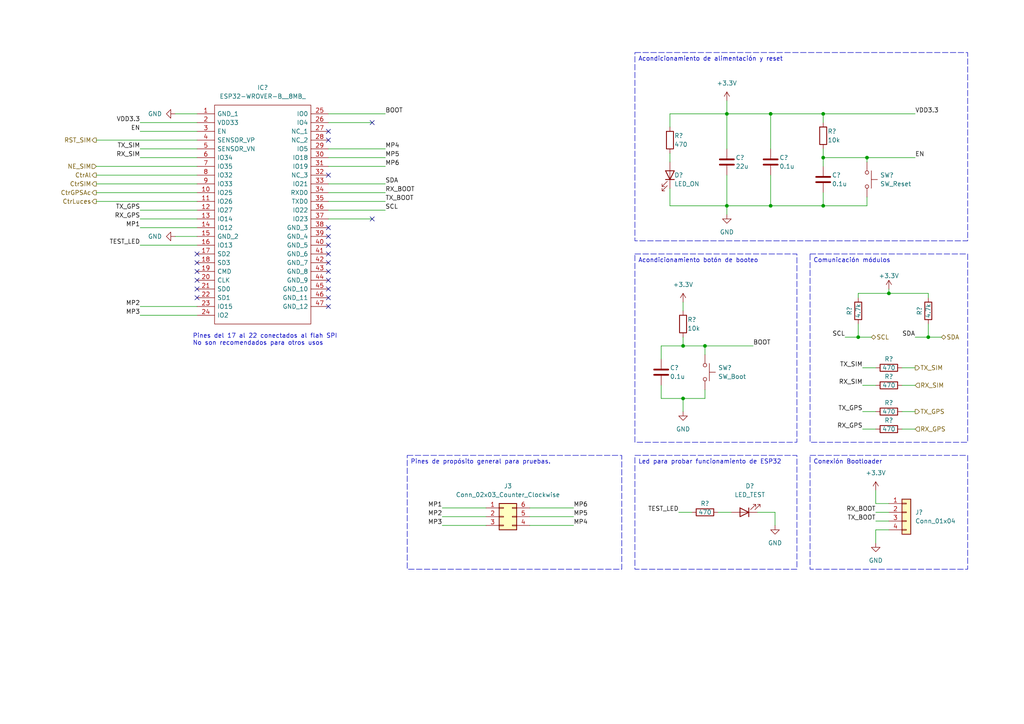
<source format=kicad_sch>
(kicad_sch (version 20230121) (generator eeschema)
  (paper "A4")
  (lib_symbols
    (symbol "Connector_Generic:Conn_01x04" (pin_names (offset 1.016) hide)
      (property "Reference" "J" (at 0 5.08 0))
      (property "Value" "Conn_01x04" (at 0 -7.62 0))
      (symbol "Conn_01x04_1_1"
        (rectangle (start -1.27 -4.953) (end 0 -5.207) (stroke (width 0.1524)))
        (rectangle (start -1.27 -2.413) (end 0 -2.667) (stroke (width 0.1524)))
        (rectangle (start -1.27 0.127) (end 0 -0.127) (stroke (width 0.1524)))
        (rectangle (start -1.27 2.667) (end 0 2.413) (stroke (width 0.1524)))
        (rectangle (start -1.27 3.81) (end 1.27 -6.35) (stroke (width 0.254)) (fill (type background)))
        (pin passive line (at -5.08 2.54 0) (length 3.81) (name "Pin_1") (number "1"))
        (pin passive line (at -5.08 0 0) (length 3.81) (name "Pin_2") (number "2"))
        (pin passive line (at -5.08 -2.54 0) (length 3.81) (name "Pin_3") (number "3"))
        (pin passive line (at -5.08 -5.08 0) (length 3.81) (name "Pin_4") (number "4"))
      )
    )
    (symbol "Connector_Generic:Conn_02x03_Counter_Clockwise" (pin_names (offset 1.016) hide)
      (property "Reference" "J" (at 1.27 5.08 0))
      (property "Value" "Conn_02x03_Counter_Clockwise" (at 1.27 -5.08 0))
      (symbol "Conn_02x03_Counter_Clockwise_1_1"
        (rectangle (start -1.27 -2.413) (end 0 -2.667) (stroke (width 0.1524)))
        (rectangle (start -1.27 0.127) (end 0 -0.127) (stroke (width 0.1524)))
        (rectangle (start -1.27 2.667) (end 0 2.413) (stroke (width 0.1524)))
        (rectangle (start -1.27 3.81) (end 3.81 -3.81) (stroke (width 0.254)) (fill (type background)))
        (rectangle (start 3.81 -2.413) (end 2.54 -2.667) (stroke (width 0.1524)))
        (rectangle (start 3.81 0.127) (end 2.54 -0.127) (stroke (width 0.1524)))
        (rectangle (start 3.81 2.667) (end 2.54 2.413) (stroke (width 0.1524)))
        (pin passive line (at -5.08 2.54 0) (length 3.81) (name "Pin_1") (number "1"))
        (pin passive line (at -5.08 0 0) (length 3.81) (name "Pin_2") (number "2"))
        (pin passive line (at -5.08 -2.54 0) (length 3.81) (name "Pin_3") (number "3"))
        (pin passive line (at 7.62 -2.54 180) (length 3.81) (name "Pin_4") (number "4"))
        (pin passive line (at 7.62 0 180) (length 3.81) (name "Pin_5") (number "5"))
        (pin passive line (at 7.62 2.54 180) (length 3.81) (name "Pin_6") (number "6"))
      )
    )
    (symbol "Device:C" (pin_numbers hide) (pin_names (offset 0.254))
      (property "Reference" "C" (at 0.635 2.54 0))
      (property "Value" "C" (at 0.635 -2.54 0))
      (symbol "C_0_1"
        (polyline (pts (xy -2.032 -0.762) (xy 2.032 -0.762)) (stroke (width 0.508)))
        (polyline (pts (xy -2.032 0.762) (xy 2.032 0.762)) (stroke (width 0.508)))
      )
      (symbol "C_1_1"
        (pin passive line (at 0 3.81 270) (length 2.794) (name "~") (number "1"))
        (pin passive line (at 0 -3.81 90) (length 2.794) (name "~") (number "2"))
      )
    )
    (symbol "Device:LED" (pin_numbers hide) (pin_names (offset 1.016) hide)
      (property "Reference" "D" (at 0 2.54 0))
      (property "Value" "LED" (at 0 -2.54 0))
      (symbol "LED_0_1"
        (polyline (pts (xy -1.27 -1.27) (xy -1.27 1.27)) (stroke (width 0.254)))
        (polyline (pts (xy -1.27 0) (xy 1.27 0)))
        (polyline (pts (xy 1.27 -1.27) (xy 1.27 1.27) (xy -1.27 0) (xy 1.27 -1.27)) (stroke (width 0.254)))
        (polyline (pts (xy -3.048 -0.762) (xy -4.572 -2.286) (xy -3.81 -2.286) (xy -4.572 -2.286) (xy -4.572 -1.524)))
        (polyline (pts (xy -1.778 -0.762) (xy -3.302 -2.286) (xy -2.54 -2.286) (xy -3.302 -2.286) (xy -3.302 -1.524)))
      )
      (symbol "LED_1_1"
        (pin passive line (at -3.81 0 0) (length 2.54) (name "K") (number "1"))
        (pin passive line (at 3.81 0 180) (length 2.54) (name "A") (number "2"))
      )
    )
    (symbol "Device:R" (pin_numbers hide) (pin_names (offset 0))
      (property "Reference" "R" (at 2.032 0 90))
      (property "Value" "R" (at 0 0 90))
      (symbol "R_0_1"
        (rectangle (start -1.016 -2.54) (end 1.016 2.54) (stroke (width 0.254)))
      )
      (symbol "R_1_1"
        (pin passive line (at 0 3.81 270) (length 1.27) (name "~") (number "1"))
        (pin passive line (at 0 -3.81 90) (length 1.27) (name "~") (number "2"))
      )
    )
    (symbol "ESP32-WROVER-B__8MB_:ESP32-WROVER-B__8MB_" (pin_names (offset 0.762))
      (property "Reference" "IC" (at 34.29 7.62 0))
      (property "Value" "ESP32-WROVER-B__8MB_" (at 34.29 5.08 0))
      (symbol "ESP32-WROVER-B__8MB__0_0"
        (pin passive line (at 0 0 0) (length 5.08) (name "GND_1") (number "1"))
        (pin passive line (at 0 -22.86 0) (length 5.08) (name "IO25") (number "10"))
        (pin passive line (at 0 -25.4 0) (length 5.08) (name "IO26") (number "11"))
        (pin passive line (at 0 -27.94 0) (length 5.08) (name "IO27") (number "12"))
        (pin passive line (at 0 -30.48 0) (length 5.08) (name "IO14") (number "13"))
        (pin passive line (at 0 -33.02 0) (length 5.08) (name "IO12") (number "14"))
        (pin passive line (at 0 -35.56 0) (length 5.08) (name "GND_2") (number "15"))
        (pin passive line (at 0 -38.1 0) (length 5.08) (name "IO13") (number "16"))
        (pin passive line (at 0 -40.64 0) (length 5.08) (name "SD2") (number "17"))
        (pin passive line (at 0 -43.18 0) (length 5.08) (name "SD3") (number "18"))
        (pin passive line (at 0 -45.72 0) (length 5.08) (name "CMD") (number "19"))
        (pin passive line (at 0 -2.54 0) (length 5.08) (name "VDD33") (number "2"))
        (pin passive line (at 0 -48.26 0) (length 5.08) (name "CLK") (number "20"))
        (pin passive line (at 0 -50.8 0) (length 5.08) (name "SD0") (number "21"))
        (pin passive line (at 0 -53.34 0) (length 5.08) (name "SD1") (number "22"))
        (pin passive line (at 0 -55.88 0) (length 5.08) (name "IO15") (number "23"))
        (pin passive line (at 0 -58.42 0) (length 5.08) (name "IO2") (number "24"))
        (pin passive line (at 38.1 0 180) (length 5.08) (name "IO0") (number "25"))
        (pin passive line (at 38.1 -2.54 180) (length 5.08) (name "IO4") (number "26"))
        (pin passive line (at 38.1 -5.08 180) (length 5.08) (name "NC_1") (number "27"))
        (pin passive line (at 38.1 -7.62 180) (length 5.08) (name "NC_2") (number "28"))
        (pin passive line (at 38.1 -10.16 180) (length 5.08) (name "IO5") (number "29"))
        (pin passive line (at 0 -5.08 0) (length 5.08) (name "EN") (number "3"))
        (pin passive line (at 38.1 -12.7 180) (length 5.08) (name "IO18") (number "30"))
        (pin passive line (at 38.1 -15.24 180) (length 5.08) (name "IO19") (number "31"))
        (pin passive line (at 38.1 -17.78 180) (length 5.08) (name "NC_3") (number "32"))
        (pin passive line (at 38.1 -20.32 180) (length 5.08) (name "IO21") (number "33"))
        (pin passive line (at 38.1 -22.86 180) (length 5.08) (name "RXD0") (number "34"))
        (pin passive line (at 38.1 -25.4 180) (length 5.08) (name "TXD0") (number "35"))
        (pin passive line (at 38.1 -27.94 180) (length 5.08) (name "IO22") (number "36"))
        (pin passive line (at 38.1 -30.48 180) (length 5.08) (name "IO23") (number "37"))
        (pin passive line (at 38.1 -33.02 180) (length 5.08) (name "GND_3") (number "38"))
        (pin passive line (at 38.1 -35.56 180) (length 5.08) (name "GND_4") (number "39"))
        (pin passive line (at 0 -7.62 0) (length 5.08) (name "SENSOR_VP") (number "4"))
        (pin passive line (at 38.1 -38.1 180) (length 5.08) (name "GND_5") (number "40"))
        (pin passive line (at 38.1 -40.64 180) (length 5.08) (name "GND_6") (number "41"))
        (pin passive line (at 38.1 -43.18 180) (length 5.08) (name "GND_7") (number "42"))
        (pin passive line (at 38.1 -45.72 180) (length 5.08) (name "GND_8") (number "43"))
        (pin passive line (at 38.1 -48.26 180) (length 5.08) (name "GND_9") (number "44"))
        (pin passive line (at 38.1 -50.8 180) (length 5.08) (name "GND_10") (number "45"))
        (pin passive line (at 38.1 -53.34 180) (length 5.08) (name "GND_11") (number "46"))
        (pin passive line (at 38.1 -55.88 180) (length 5.08) (name "GND_12") (number "47"))
        (pin passive line (at 0 -10.16 0) (length 5.08) (name "SENSOR_VN") (number "5"))
        (pin passive line (at 0 -12.7 0) (length 5.08) (name "IO34") (number "6"))
        (pin passive line (at 0 -15.24 0) (length 5.08) (name "IO35") (number "7"))
        (pin passive line (at 0 -17.78 0) (length 5.08) (name "IO32") (number "8"))
        (pin passive line (at 0 -20.32 0) (length 5.08) (name "IO33") (number "9"))
      )
      (symbol "ESP32-WROVER-B__8MB__0_1"
        (polyline (pts (xy 5.08 2.54) (xy 33.02 2.54) (xy 33.02 -60.96) (xy 5.08 -60.96) (xy 5.08 2.54)) (stroke (width 0.1524)))
      )
    )
    (symbol "Switch:SW_Push" (pin_numbers hide) (pin_names (offset 1.016) hide)
      (property "Reference" "SW" (at 1.27 2.54 0))
      (property "Value" "SW_Push" (at 0 -1.524 0))
      (symbol "SW_Push_0_1"
        (circle (center -2.032 0) (radius 0.508))
        (polyline (pts (xy 0 1.27) (xy 0 3.048)))
        (polyline (pts (xy 2.54 1.27) (xy -2.54 1.27)))
        (circle (center 2.032 0) (radius 0.508))
        (pin passive line (at -5.08 0 0) (length 2.54) (name "1") (number "1"))
        (pin passive line (at 5.08 0 180) (length 2.54) (name "2") (number "2"))
      )
    )
    (symbol "power:+3.3V" (power) (pin_names (offset 0))
      (property "Value" "+3.3V" (at 0 3.556 0))
      (symbol "+3.3V_0_1"
        (polyline (pts (xy -0.762 1.27) (xy 0 2.54)))
        (polyline (pts (xy 0 0) (xy 0 2.54)))
        (polyline (pts (xy 0 2.54) (xy 0.762 1.27)))
      )
      (symbol "+3.3V_1_1"
        (pin power_in line (at 0 0 90) (length 0) hide (name "+3.3V") (number "1"))
      )
    )
    (symbol "power:GND" (power) (pin_names (offset 0))
      (property "Value" "GND" (at 0 -3.81 0))
      (symbol "GND_0_1"
        (polyline (pts (xy 0 0) (xy 0 -1.27) (xy 1.27 -1.27) (xy 0 -2.54) (xy -1.27 -1.27) (xy 0 -1.27)))
      )
      (symbol "GND_1_1"
        (pin power_in line (at 0 0 270) (length 0) hide (name "GND") (number "1"))
      )
    )
  )
  (junction (at 210.82 59.69))
  (junction (at 251.46 45.72))
  (junction (at 269.24 97.79))
  (junction (at 198.12 115.57))
  (junction (at 223.52 59.69))
  (junction (at 210.82 33.02))
  (junction (at 257.81 85.09))
  (junction (at 204.47 100.33))
  (junction (at 223.52 33.02))
  (junction (at 248.92 97.79))
  (junction (at 238.76 33.02))
  (junction (at 238.76 59.69))
  (junction (at 198.12 100.33))
  (junction (at 238.76 45.72))
  (no_connect (at 95.25 86.36))
  (no_connect (at 95.25 81.28))
  (no_connect (at 57.15 78.74))
  (no_connect (at 95.25 68.58))
  (no_connect (at 95.25 78.74))
  (no_connect (at 95.25 73.66))
  (no_connect (at 95.25 88.9))
  (no_connect (at 95.25 83.82))
  (no_connect (at 95.25 66.04))
  (no_connect (at 95.25 76.2))
  (no_connect (at 95.25 71.12))
  (no_connect (at 95.25 40.64))
  (no_connect (at 57.15 81.28))
  (no_connect (at 107.95 63.5))
  (no_connect (at 95.25 38.1))
  (no_connect (at 57.15 83.82))
  (no_connect (at 95.25 50.8))
  (no_connect (at 57.15 76.2))
  (no_connect (at 107.95 35.56))
  (no_connect (at 57.15 73.66))
  (no_connect (at 57.15 86.36))
  (wire (pts (xy 269.24 97.79) (xy 269.24 93.98)))
  (wire (pts (xy 223.52 59.69) (xy 238.76 59.69)))
  (wire (pts (xy 128.27 147.32) (xy 140.97 147.32)))
  (wire (pts (xy 27.94 40.64) (xy 57.15 40.64)))
  (wire (pts (xy 95.25 60.96) (xy 111.76 60.96)))
  (wire (pts (xy 153.67 147.32) (xy 166.37 147.32)))
  (wire (pts (xy 219.71 148.59) (xy 224.79 148.59)))
  (wire (pts (xy 204.47 113.03) (xy 204.47 115.57)))
  (wire (pts (xy 223.52 33.02) (xy 238.76 33.02)))
  (wire (pts (xy 40.64 66.04) (xy 57.15 66.04)))
  (wire (pts (xy 210.82 50.8) (xy 210.82 59.69)))
  (wire (pts (xy 265.43 97.79) (xy 269.24 97.79)))
  (wire (pts (xy 204.47 102.87) (xy 204.47 100.33)))
  (wire (pts (xy 198.12 100.33) (xy 204.47 100.33)))
  (wire (pts (xy 250.19 119.38) (xy 254 119.38)))
  (wire (pts (xy 252.73 97.79) (xy 248.92 97.79)))
  (wire (pts (xy 269.24 85.09) (xy 269.24 86.36)))
  (wire (pts (xy 250.19 124.46) (xy 254 124.46)))
  (wire (pts (xy 27.94 58.42) (xy 57.15 58.42)))
  (wire (pts (xy 50.8 33.02) (xy 57.15 33.02)))
  (wire (pts (xy 251.46 45.72) (xy 238.76 45.72)))
  (wire (pts (xy 40.64 63.5) (xy 57.15 63.5)))
  (wire (pts (xy 40.64 91.44) (xy 57.15 91.44)))
  (wire (pts (xy 238.76 55.88) (xy 238.76 59.69)))
  (wire (pts (xy 257.81 146.05) (xy 254 146.05)))
  (wire (pts (xy 265.43 119.38) (xy 261.62 119.38)))
  (wire (pts (xy 198.12 97.79) (xy 198.12 100.33)))
  (wire (pts (xy 250.19 111.76) (xy 254 111.76)))
  (wire (pts (xy 194.31 44.45) (xy 194.31 46.99)))
  (wire (pts (xy 27.94 53.34) (xy 57.15 53.34)))
  (wire (pts (xy 95.25 63.5) (xy 107.95 63.5)))
  (wire (pts (xy 254 148.59) (xy 257.81 148.59)))
  (wire (pts (xy 95.25 48.26) (xy 111.76 48.26)))
  (wire (pts (xy 250.19 106.68) (xy 254 106.68)))
  (wire (pts (xy 194.31 33.02) (xy 210.82 33.02)))
  (wire (pts (xy 153.67 149.86) (xy 166.37 149.86)))
  (wire (pts (xy 153.67 152.4) (xy 166.37 152.4)))
  (wire (pts (xy 238.76 43.18) (xy 238.76 45.72)))
  (wire (pts (xy 251.46 46.99) (xy 251.46 45.72)))
  (wire (pts (xy 238.76 33.02) (xy 265.43 33.02)))
  (wire (pts (xy 128.27 149.86) (xy 140.97 149.86)))
  (wire (pts (xy 95.25 53.34) (xy 111.76 53.34)))
  (wire (pts (xy 95.25 33.02) (xy 111.76 33.02)))
  (wire (pts (xy 254 157.48) (xy 254 153.67)))
  (wire (pts (xy 248.92 97.79) (xy 248.92 93.98)))
  (wire (pts (xy 273.05 97.79) (xy 269.24 97.79)))
  (wire (pts (xy 95.25 43.18) (xy 111.76 43.18)))
  (wire (pts (xy 198.12 100.33) (xy 191.77 100.33)))
  (wire (pts (xy 238.76 59.69) (xy 251.46 59.69)))
  (wire (pts (xy 254 146.05) (xy 254 142.24)))
  (wire (pts (xy 95.25 35.56) (xy 107.95 35.56)))
  (wire (pts (xy 198.12 115.57) (xy 191.77 115.57)))
  (wire (pts (xy 265.43 124.46) (xy 261.62 124.46)))
  (wire (pts (xy 210.82 59.69) (xy 210.82 62.23)))
  (wire (pts (xy 210.82 33.02) (xy 223.52 33.02)))
  (wire (pts (xy 208.28 148.59) (xy 212.09 148.59)))
  (wire (pts (xy 265.43 106.68) (xy 261.62 106.68)))
  (wire (pts (xy 40.64 71.12) (xy 57.15 71.12)))
  (wire (pts (xy 40.64 38.1) (xy 57.15 38.1)))
  (wire (pts (xy 27.94 50.8) (xy 57.15 50.8)))
  (wire (pts (xy 196.85 148.59) (xy 200.66 148.59)))
  (wire (pts (xy 191.77 100.33) (xy 191.77 104.14)))
  (wire (pts (xy 40.64 35.56) (xy 57.15 35.56)))
  (wire (pts (xy 223.52 33.02) (xy 223.52 43.18)))
  (wire (pts (xy 27.94 48.26) (xy 57.15 48.26)))
  (wire (pts (xy 40.64 45.72) (xy 57.15 45.72)))
  (wire (pts (xy 128.27 152.4) (xy 140.97 152.4)))
  (wire (pts (xy 223.52 59.69) (xy 210.82 59.69)))
  (wire (pts (xy 210.82 33.02) (xy 210.82 29.21)))
  (wire (pts (xy 238.76 45.72) (xy 238.76 48.26)))
  (wire (pts (xy 257.81 83.82) (xy 257.81 85.09)))
  (wire (pts (xy 257.81 85.09) (xy 269.24 85.09)))
  (wire (pts (xy 204.47 100.33) (xy 218.44 100.33)))
  (wire (pts (xy 224.79 148.59) (xy 224.79 152.4)))
  (wire (pts (xy 40.64 60.96) (xy 57.15 60.96)))
  (wire (pts (xy 248.92 86.36) (xy 248.92 85.09)))
  (wire (pts (xy 210.82 33.02) (xy 210.82 43.18)))
  (wire (pts (xy 191.77 115.57) (xy 191.77 111.76)))
  (wire (pts (xy 238.76 35.56) (xy 238.76 33.02)))
  (wire (pts (xy 40.64 43.18) (xy 57.15 43.18)))
  (wire (pts (xy 204.47 115.57) (xy 198.12 115.57)))
  (wire (pts (xy 198.12 87.63) (xy 198.12 90.17)))
  (wire (pts (xy 248.92 85.09) (xy 257.81 85.09)))
  (wire (pts (xy 194.31 54.61) (xy 194.31 59.69)))
  (wire (pts (xy 194.31 36.83) (xy 194.31 33.02)))
  (wire (pts (xy 40.64 88.9) (xy 57.15 88.9)))
  (wire (pts (xy 95.25 58.42) (xy 111.76 58.42)))
  (wire (pts (xy 251.46 57.15) (xy 251.46 59.69)))
  (wire (pts (xy 27.94 55.88) (xy 57.15 55.88)))
  (wire (pts (xy 254 151.13) (xy 257.81 151.13)))
  (wire (pts (xy 198.12 115.57) (xy 198.12 119.38)))
  (wire (pts (xy 265.43 111.76) (xy 261.62 111.76)))
  (wire (pts (xy 50.8 68.58) (xy 57.15 68.58)))
  (wire (pts (xy 95.25 45.72) (xy 111.76 45.72)))
  (wire (pts (xy 194.31 59.69) (xy 210.82 59.69)))
  (wire (pts (xy 254 153.67) (xy 257.81 153.67)))
  (wire (pts (xy 223.52 50.8) (xy 223.52 59.69)))
  (wire (pts (xy 251.46 45.72) (xy 265.43 45.72)))
  (wire (pts (xy 95.25 55.88) (xy 111.76 55.88)))
  (wire (pts (xy 245.11 97.79) (xy 248.92 97.79)))
  (text_box "Acondicionamiento de alimentación y reset" (at 184.15 15.24 0) (size 96.52 54.61) (stroke (width 0) (type dash)) (effects (font (size 1.27 1.27)) (justify left top)))
  (text_box "Led para probar funcionamiento de ESP32" (at 184.15 132.08 0) (size 46.99 33.02) (stroke (width 0) (type dash)) (effects (font (size 1.27 1.27)) (justify left top)))
  (text_box "Comunicación módulos" (at 234.95 73.66 0) (size 45.72 54.61) (stroke (width 0) (type dash)) (effects (font (size 1.27 1.27)) (justify left top)))
  (text_box "Conexión Bootloader" (at 234.95 132.08 0) (size 45.72 33.02) (stroke (width 0) (type dash)) (effects (font (size 1.27 1.27)) (justify left top)))
  (text_box "Acondicionamiento botón de booteo" (at 184.15 73.66 0) (size 46.99 54.61) (stroke (width 0) (type dash)) (effects (font (size 1.27 1.27)) (justify left top)))
  (text_box "Pines de propósito general para pruebas." (at 118.11 132.08 0) (size 62.23 33.02) (stroke (width 0) (type dash)) (effects (font (size 1.27 1.27)) (justify left top)))
  (text "Pines del 17 al 22 conectados al flah SPI\nNo son recomendados para otros usos" (at 55.88 100.33 0) (effects (font (size 1.27 1.27)) (justify left bottom)))
  (label "MP1" (at 40.64 66.04 180))
  (label "MP3" (at 128.27 152.4 180))
  (label "SCL" (at 245.11 97.79 180))
  (label "MP6" (at 111.76 48.26 0))
  (label "TX_BOOT" (at 111.76 58.42 0))
  (label "EN" (at 265.43 45.72 0))
  (label "MP2" (at 128.27 149.86 180))
  (label "BOOT" (at 218.44 100.33 0))
  (label "TX_GPS" (at 40.64 60.96 180))
  (label "RX_BOOT" (at 254 148.59 180))
  (label "MP4" (at 166.37 152.4 0))
  (label "MP3" (at 40.64 91.44 180))
  (label "SDA" (at 265.43 97.79 180))
  (label "VDD3.3" (at 265.43 33.02 0))
  (label "TEST_LED" (at 196.85 148.59 180))
  (label "TX_SIM" (at 250.19 106.68 180))
  (label "TEST_LED" (at 40.64 71.12 180))
  (label "RX_SIM" (at 250.19 111.76 180))
  (label "EN" (at 40.64 38.1 180))
  (label "MP5" (at 166.37 149.86 0))
  (label "RX_BOOT" (at 111.76 55.88 0))
  (label "RX_SIM" (at 40.64 45.72 180))
  (label "TX_SIM" (at 40.64 43.18 180))
  (label "MP2" (at 40.64 88.9 180))
  (label "RX_GPS" (at 250.19 124.46 180))
  (label "TX_GPS" (at 250.19 119.38 180))
  (label "TX_BOOT" (at 254 151.13 180))
  (label "SCL" (at 111.76 60.96 0))
  (label "MP6" (at 166.37 147.32 0))
  (label "MP5" (at 111.76 45.72 0))
  (label "VDD3.3" (at 40.64 35.56 180))
  (label "MP1" (at 128.27 147.32 180))
  (label "MP4" (at 111.76 43.18 0))
  (label "SDA" (at 111.76 53.34 0))
  (label "BOOT" (at 111.76 33.02 0))
  (label "RX_GPS" (at 40.64 63.5 180))
  (hierarchical_label "RST_SIM" (shape output) (at 27.94 40.64 180))
  (hierarchical_label "TX_SIM" (shape output) (at 265.43 106.68 0))
  (hierarchical_label "SDA" (shape bidirectional) (at 273.05 97.79 0))
  (hierarchical_label "CtrAl" (shape output) (at 27.94 50.8 180))
  (hierarchical_label "NE_SIM" (shape input) (at 27.94 48.26 180))
  (hierarchical_label "TX_GPS" (shape output) (at 265.43 119.38 0))
  (hierarchical_label "CtrLuces" (shape output) (at 27.94 58.42 180))
  (hierarchical_label "CtrSIM" (shape output) (at 27.94 53.34 180))
  (hierarchical_label "RX_GPS" (shape input) (at 265.43 124.46 0))
  (hierarchical_label "CtrGPSAc" (shape output) (at 27.94 55.88 180))
  (hierarchical_label "SCL" (shape bidirectional) (at 252.73 97.79 0))
  (hierarchical_label "RX_SIM" (shape input) (at 265.43 111.76 0))
  (symbol (lib_id "Device:LED") (at 215.9 148.59 180) (unit 1)
    (property "Reference" "D?" (at 217.4875 140.97 0))
    (property "Value" "LED_TEST" (at 217.4875 143.51 0))
    (property "Footprint" "LED_SMD:LED_1206_3216Metric_Pad1.42x1.75mm_HandSolder" (effects hide))
    (instances (project "SmartBike2" (path "" (reference "D?") (unit 1))) (project "SB2_ACOND_CONN" (path "" (reference "D2") (unit 1))))
  )
  (symbol (lib_id "Device:R") (at 257.81 111.76 90) (unit 1)
    (property "Reference" "R?" (at 257.81 109.22 90))
    (property "Value" "470" (at 257.81 111.76 90))
    (property "Footprint" "Resistor_SMD:R_0805_2012Metric_Pad1.20x1.40mm_HandSolder" (effects hide))
    (instances (project "SmartBike2" (path "" (reference "R?") (unit 1))) (project "SB2_ACOND_CONN" (path "" (reference "R7") (unit 1))))
  )
  (symbol (lib_id "Device:LED") (at 194.31 50.8 270) (mirror x) (unit 1)
    (property "Reference" "D?" (at 195.58 50.8 90) (effects (justify left)))
    (property "Value" "LED_ON" (at 195.58 53.34 90) (effects (justify left)))
    (property "Footprint" "LED_SMD:LED_1206_3216Metric_Pad1.42x1.75mm_HandSolder" (effects hide))
    (instances (project "SmartBike2" (path "" (reference "D?") (unit 1))) (project "SB2_ACOND_CONN" (path "" (reference "D1") (unit 1))))
  )
  (symbol (lib_id "Device:R") (at 257.81 106.68 90) (unit 1)
    (property "Reference" "R?" (at 257.81 104.14 90))
    (property "Value" "470" (at 257.81 106.68 90))
    (property "Footprint" "Resistor_SMD:R_0805_2012Metric_Pad1.20x1.40mm_HandSolder" (effects hide))
    (instances (project "SmartBike2" (path "" (reference "R?") (unit 1))) (project "SB2_ACOND_CONN" (path "" (reference "R6") (unit 1))))
  )
  (symbol (lib_id "Device:C") (at 210.82 46.99 0) (unit 1)
    (property "Reference" "C?" (at 213.36 45.72 0) (effects (justify left)))
    (property "Value" "22u" (at 213.36 48.26 0) (effects (justify left)))
    (property "Footprint" "Capacitor_SMD:C_0805_2012Metric_Pad1.18x1.45mm_HandSolder" (effects hide))
    (instances (project "SmartBike2" (path "" (reference "C?") (unit 1))) (project "SB2_ACOND_CONN" (path "" (reference "C2") (unit 1))))
  )
  (symbol (lib_id "power:GND") (at 210.82 62.23 0) (unit 1)
    (property "Reference" "#PWR?" (effects hide))
    (property "Value" "GND" (at 210.82 67.31 0))
    (instances (project "SmartBike2" (path "" (reference "#PWR?") (unit 1))) (project "SB2_ACOND_CONN" (path "" (reference "#PWR010") (unit 1))))
  )
  (symbol (lib_id "power:GND") (at 50.8 68.58 270) (mirror x) (unit 1)
    (property "Reference" "#PWR?" (effects hide))
    (property "Value" "GND" (at 46.99 68.58 90) (effects (justify right)))
    (instances (project "SmartBike2" (path "" (reference "#PWR?") (unit 1))) (project "SB2_ACOND_CONN" (path "" (reference "#PWR06") (unit 1))))
  )
  (symbol (lib_id "Device:R") (at 269.24 90.17 180) (unit 1)
    (property "Reference" "R?" (at 266.7 90.17 90))
    (property "Value" "4.7k" (at 269.24 90.17 90))
    (property "Footprint" "Resistor_SMD:R_0805_2012Metric_Pad1.20x1.40mm_HandSolder" (effects hide))
    (instances (project "SmartBike2" (path "" (reference "R?") (unit 1))) (project "SB2_ACOND_CONN" (path "" (reference "R10") (unit 1))))
  )
  (symbol (lib_id "Device:R") (at 194.31 40.64 0) (unit 1)
    (property "Reference" "R?" (at 195.58 39.37 0) (effects (justify left)))
    (property "Value" "470" (at 195.58 41.91 0) (effects (justify left)))
    (property "Footprint" "Resistor_SMD:R_0805_2012Metric_Pad1.20x1.40mm_HandSolder" (effects hide))
    (instances (project "SmartBike2" (path "" (reference "R?") (unit 1))) (project "SB2_ACOND_CONN" (path "" (reference "R1") (unit 1))))
  )
  (symbol (lib_id "Device:R") (at 198.12 93.98 0) (unit 1)
    (property "Reference" "R?" (at 199.39 92.71 0) (effects (justify left)))
    (property "Value" "10k" (at 199.39 95.25 0) (effects (justify left)))
    (property "Footprint" "Resistor_SMD:R_0805_2012Metric_Pad1.20x1.40mm_HandSolder" (effects hide))
    (instances (project "SmartBike2" (path "" (reference "R?") (unit 1))) (project "SB2_ACOND_CONN" (path "" (reference "R2") (unit 1))))
  )
  (symbol (lib_id "power:GND") (at 254 157.48 0) (unit 1)
    (property "Reference" "#PWR?" (effects hide))
    (property "Value" "GND" (at 254 162.56 0))
    (instances (project "SmartBike2" (path "" (reference "#PWR?") (unit 1))) (project "SB2_ACOND_CONN" (path "" (reference "#PWR013") (unit 1))))
  )
  (symbol (lib_id "Device:C") (at 238.76 52.07 0) (unit 1)
    (property "Reference" "C?" (at 241.3 50.8 0) (effects (justify left)))
    (property "Value" "0.1u" (at 241.3 53.34 0) (effects (justify left)))
    (property "Footprint" "Capacitor_SMD:C_0805_2012Metric_Pad1.18x1.45mm_HandSolder" (effects hide))
    (instances (project "SmartBike2" (path "" (reference "C?") (unit 1))) (project "SB2_ACOND_CONN" (path "" (reference "C4") (unit 1))))
  )
  (symbol (lib_id "Device:R") (at 257.81 119.38 90) (unit 1)
    (property "Reference" "R?" (at 257.81 116.84 90))
    (property "Value" "470" (at 257.81 119.38 90))
    (property "Footprint" "Resistor_SMD:R_0805_2012Metric_Pad1.20x1.40mm_HandSolder" (effects hide))
    (instances (project "SmartBike2" (path "" (reference "R?") (unit 1))) (project "SB2_ACOND_CONN" (path "" (reference "R8") (unit 1))))
  )
  (symbol (lib_id "power:+3.3V") (at 198.12 87.63 0) (unit 1)
    (property "Reference" "#PWR?" (effects hide))
    (property "Value" "+3.3V" (at 198.12 82.55 0))
    (instances (project "SmartBike2" (path "" (reference "#PWR?") (unit 1))) (project "SB2_ACOND_CONN" (path "" (reference "#PWR07") (unit 1))))
  )
  (symbol (lib_id "Device:C") (at 223.52 46.99 0) (unit 1)
    (property "Reference" "C?" (at 226.06 45.72 0) (effects (justify left)))
    (property "Value" "0.1u" (at 226.06 48.26 0) (effects (justify left)))
    (property "Footprint" "Capacitor_SMD:C_0805_2012Metric_Pad1.18x1.45mm_HandSolder" (effects hide))
    (instances (project "SmartBike2" (path "" (reference "C?") (unit 1))) (project "SB2_ACOND_CONN" (path "" (reference "C3") (unit 1))))
  )
  (symbol (lib_id "Switch:SW_Push") (at 204.47 107.95 270) (mirror x) (unit 1)
    (property "Reference" "SW?" (at 208.28 106.68 90) (effects (justify left)))
    (property "Value" "SW_Boot" (at 208.28 109.22 90) (effects (justify left)))
    (property "Footprint" "Button_Switch_SMD:SW_SPST_CK_RS282G05A3" (effects hide))
    (instances (project "SmartBike2" (path "" (reference "SW?") (unit 1))) (project "SB2_ACOND_CONN" (path "" (reference "SW1") (unit 1))))
  )
  (symbol (lib_id "power:+3.3V") (at 210.82 29.21 0) (unit 1)
    (property "Reference" "#PWR?" (effects hide))
    (property "Value" "+3.3V" (at 210.82 24.13 0))
    (instances (project "SmartBike2" (path "" (reference "#PWR?") (unit 1))) (project "SB2_ACOND_CONN" (path "" (reference "#PWR09") (unit 1))))
  )
  (symbol (lib_id "Device:R") (at 248.92 90.17 180) (unit 1)
    (property "Reference" "R?" (at 246.38 90.17 90))
    (property "Value" "4.7k" (at 248.92 90.17 90))
    (property "Footprint" "Resistor_SMD:R_0805_2012Metric_Pad1.20x1.40mm_HandSolder" (effects hide))
    (instances (project "SmartBike2" (path "" (reference "R?") (unit 1))) (project "SB2_ACOND_CONN" (path "" (reference "R5") (unit 1))))
  )
  (symbol (lib_id "Device:C") (at 191.77 107.95 0) (unit 1)
    (property "Reference" "C?" (at 194.31 106.68 0) (effects (justify left)))
    (property "Value" "0.1u" (at 194.31 109.22 0) (effects (justify left)))
    (property "Footprint" "Capacitor_SMD:C_0805_2012Metric_Pad1.18x1.45mm_HandSolder" (effects hide))
    (instances (project "SmartBike2" (path "" (reference "C?") (unit 1))) (project "SB2_ACOND_CONN" (path "" (reference "C1") (unit 1))))
  )
  (symbol (lib_id "power:+3.3V") (at 257.81 83.82 0) (unit 1)
    (property "Reference" "#PWR?" (effects hide))
    (property "Value" "+3.3V" (at 257.81 80.01 0))
    (instances (project "SmartBike2" (path "" (reference "#PWR?") (unit 1))) (project "SB2_ACOND_CONN" (path "" (reference "#PWR014") (unit 1))))
  )
  (symbol (lib_id "power:GND") (at 50.8 33.02 270) (unit 1)
    (property "Reference" "#PWR?" (effects hide))
    (property "Value" "GND" (at 46.99 33.02 90) (effects (justify right)))
    (instances (project "SmartBike2" (path "" (reference "#PWR?") (unit 1))) (project "SB2_ACOND_CONN" (path "" (reference "#PWR05") (unit 1))))
  )
  (symbol (lib_id "ESP32-WROVER-B__8MB_:ESP32-WROVER-B__8MB_") (at 57.15 33.02 0) (unit 1)
    (property "Reference" "IC?" (at 76.2 25.4 0))
    (property "Value" "ESP32-WROVER-B__8MB_" (at 76.2 27.94 0))
    (property "Footprint" "ESP32-WROVER-B__8MB_:ESP32WROVERB8MB" (effects hide))
    (property "Datasheet" "https://eu.mouser.com/datasheet/2/891/esp32-wrover-b_datasheet_en-1384674.pdf" (effects hide))
    (property "Description" "WiFi Modules (802.11) SMD Module M213DH6464PH3Q0, ESP32-D0WD, 64Mbits PSRAM, 8MB SPI flash, PCB Antenna" (effects hide))
    (property "Height" "3.4" (effects hide))
    (property "Manufacturer_Name" "Espressif Systems" (effects hide))
    (property "Manufacturer_Part_Number" "ESP32-WROVER-B (8MB)" (effects hide))
    (property "Mouser Part Number" "356-ESP32-WRO-B(8MB)" (effects hide))
    (instances (project "SmartBike2" (path "" (reference "IC?") (unit 1))) (project "SB2_ACOND_CONN" (path "" (reference "IC1") (unit 1))))
  )
  (symbol (lib_id "Switch:SW_Push") (at 251.46 52.07 270) (unit 1)
    (property "Reference" "SW?" (at 255.27 50.8 90) (effects (justify left)))
    (property "Value" "SW_Reset" (at 255.27 53.34 90) (effects (justify left)))
    (property "Footprint" "Button_Switch_SMD:SW_SPST_CK_RS282G05A3" (effects hide))
    (instances (project "SmartBike2" (path "" (reference "SW?") (unit 1))) (project "SB2_ACOND_CONN" (path "" (reference "SW2") (unit 1))))
  )
  (symbol (lib_id "power:GND") (at 224.79 152.4 0) (unit 1)
    (property "Reference" "#PWR?" (effects hide))
    (property "Value" "GND" (at 224.79 157.48 0))
    (instances (project "SmartBike2" (path "" (reference "#PWR?") (unit 1))) (project "SB2_ACOND_CONN" (path "" (reference "#PWR011") (unit 1))))
  )
  (symbol (lib_id "Device:R") (at 238.76 39.37 0) (unit 1)
    (property "Reference" "R?" (at 240.03 38.1 0) (effects (justify left)))
    (property "Value" "10k" (at 240.03 40.64 0) (effects (justify left)))
    (property "Footprint" "Resistor_SMD:R_0805_2012Metric_Pad1.20x1.40mm_HandSolder" (effects hide))
    (instances (project "SmartBike2" (path "" (reference "R?") (unit 1))) (project "SB2_ACOND_CONN" (path "" (reference "R4") (unit 1))))
  )
  (symbol (lib_id "Connector_Generic:Conn_01x04") (at 262.89 148.59 0) (unit 1)
    (property "Reference" "J?" (at 265.43 148.59 0) (effects (justify left)))
    (property "Value" "Conn_01x04" (at 265.43 151.13 0) (effects (justify left)))
    (property "Footprint" "Connector_PinSocket_2.54mm:PinSocket_1x04_P2.54mm_Vertical" (effects hide))
    (instances (project "SmartBike2" (path "" (reference "J?") (unit 1))) (project "SB2_ACOND_CONN" (path "" (reference "J4") (unit 1))))
  )
  (symbol (lib_id "Connector_Generic:Conn_02x03_Counter_Clockwise") (at 146.05 149.86 0) (unit 1)
    (property "Reference" "J3" (at 147.32 140.97 0))
    (property "Value" "Conn_02x03_Counter_Clockwise" (at 147.32 143.51 0))
    (property "Footprint" "Connector_PinHeader_2.54mm:PinHeader_2x03_P2.54mm_Vertical" (effects hide))
  )
  (symbol (lib_id "power:GND") (at 198.12 119.38 0) (unit 1)
    (property "Reference" "#PWR?" (effects hide))
    (property "Value" "GND" (at 198.12 124.46 0))
    (instances (project "SmartBike2" (path "" (reference "#PWR?") (unit 1))) (project "SB2_ACOND_CONN" (path "" (reference "#PWR08") (unit 1))))
  )
  (symbol (lib_id "Device:R") (at 257.81 124.46 90) (unit 1)
    (property "Reference" "R?" (at 257.81 121.92 90))
    (property "Value" "470" (at 257.81 124.46 90))
    (property "Footprint" "Resistor_SMD:R_0805_2012Metric_Pad1.20x1.40mm_HandSolder" (effects hide))
    (instances (project "SmartBike2" (path "" (reference "R?") (unit 1))) (project "SB2_ACOND_CONN" (path "" (reference "R9") (unit 1))))
  )
  (symbol (lib_id "Device:R") (at 204.47 148.59 90) (unit 1)
    (property "Reference" "R?" (at 204.47 146.05 90))
    (property "Value" "470" (at 204.47 148.59 90))
    (property "Footprint" "Resistor_SMD:R_0805_2012Metric_Pad1.20x1.40mm_HandSolder" (effects hide))
    (instances (project "SmartBike2" (path "" (reference "R?") (unit 1))) (project "SB2_ACOND_CONN" (path "" (reference "R3") (unit 1))))
  )
  (symbol (lib_id "power:+3.3V") (at 254 142.24 0) (unit 1)
    (property "Reference" "#PWR?" (effects hide))
    (property "Value" "+3.3V" (at 254 137.16 0))
    (instances (project "SmartBike2" (path "" (reference "#PWR?") (unit 1))) (project "SB2_ACOND_CONN" (path "" (reference "#PWR012") (unit 1))))
  )
)
</source>
